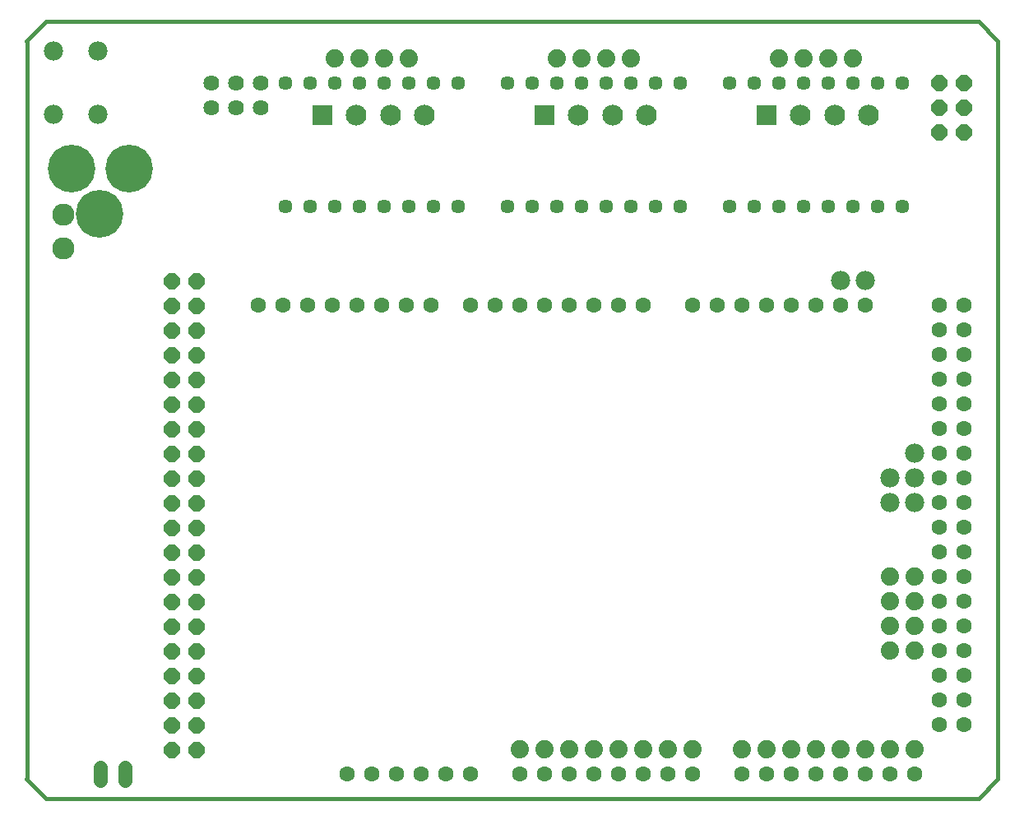
<source format=gbs>
G75*
%MOIN*%
%OFA0B0*%
%FSLAX25Y25*%
%IPPOS*%
%LPD*%
%AMOC8*
5,1,8,0,0,1.08239X$1,22.5*
%
%ADD10C,0.01600*%
%ADD11C,0.06306*%
%ADD12C,0.07400*%
%ADD13C,0.05715*%
%ADD14C,0.06400*%
%ADD15C,0.19298*%
%ADD16R,0.08400X0.08400*%
%ADD17C,0.08400*%
%ADD18C,0.09000*%
%ADD19C,0.07800*%
%ADD20OC8,0.06400*%
%ADD21C,0.05800*%
D10*
X0021800Y0024674D02*
X0029674Y0016800D01*
X0407627Y0016800D01*
X0415501Y0024674D01*
X0415501Y0323887D01*
X0407627Y0331761D01*
X0029674Y0331761D01*
X0021800Y0323887D01*
X0022001Y0323887D02*
X0022001Y0024674D01*
D11*
X0151800Y0026800D03*
X0161800Y0026800D03*
X0171800Y0026800D03*
X0181800Y0026800D03*
X0191800Y0026800D03*
X0201800Y0026800D03*
X0221800Y0026800D03*
X0231800Y0026800D03*
X0241800Y0026800D03*
X0251800Y0026800D03*
X0261800Y0026800D03*
X0271800Y0026800D03*
X0281800Y0026800D03*
X0291800Y0026800D03*
X0311800Y0026800D03*
X0321800Y0026800D03*
X0331800Y0026800D03*
X0341800Y0026800D03*
X0351800Y0026800D03*
X0361800Y0026800D03*
X0371800Y0026800D03*
X0381800Y0026800D03*
X0391800Y0046800D03*
X0401800Y0046800D03*
X0401800Y0056800D03*
X0391800Y0056800D03*
X0391800Y0066800D03*
X0401800Y0066800D03*
X0401800Y0076800D03*
X0401800Y0086800D03*
X0391800Y0086800D03*
X0391800Y0076800D03*
X0391800Y0096800D03*
X0401800Y0096800D03*
X0401800Y0106800D03*
X0391800Y0106800D03*
X0391800Y0116800D03*
X0401800Y0116800D03*
X0401800Y0126800D03*
X0391800Y0126800D03*
X0391800Y0136800D03*
X0401800Y0136800D03*
X0401800Y0146800D03*
X0401800Y0156800D03*
X0391800Y0156800D03*
X0391800Y0146800D03*
X0391800Y0166800D03*
X0401800Y0166800D03*
X0401800Y0176800D03*
X0391800Y0176800D03*
X0391800Y0186800D03*
X0401800Y0186800D03*
X0401800Y0196800D03*
X0391800Y0196800D03*
X0391800Y0206800D03*
X0401800Y0206800D03*
X0401800Y0216800D03*
X0391800Y0216800D03*
X0361800Y0216800D03*
X0351800Y0216800D03*
X0341800Y0216800D03*
X0331800Y0216800D03*
X0321800Y0216800D03*
X0311800Y0216800D03*
X0301800Y0216800D03*
X0291800Y0216800D03*
X0271800Y0216800D03*
X0261800Y0216800D03*
X0251800Y0216800D03*
X0241800Y0216800D03*
X0231800Y0216800D03*
X0221800Y0216800D03*
X0211800Y0216800D03*
X0201800Y0216800D03*
X0185800Y0216800D03*
X0175800Y0216800D03*
X0165800Y0216800D03*
X0155800Y0216800D03*
X0145800Y0216800D03*
X0135800Y0216800D03*
X0125800Y0216800D03*
X0115800Y0216800D03*
D12*
X0146800Y0316800D03*
X0156800Y0316800D03*
X0166800Y0316800D03*
X0176800Y0316800D03*
X0236800Y0316800D03*
X0246800Y0316800D03*
X0256800Y0316800D03*
X0266800Y0316800D03*
X0326800Y0316800D03*
X0336800Y0316800D03*
X0346800Y0316800D03*
X0356800Y0316800D03*
X0371800Y0106800D03*
X0371800Y0096800D03*
X0371800Y0086800D03*
X0371800Y0076800D03*
X0381800Y0076800D03*
X0381800Y0086800D03*
X0381800Y0096800D03*
X0381800Y0106800D03*
X0381800Y0036800D03*
X0371800Y0036800D03*
X0361800Y0036800D03*
X0351800Y0036800D03*
X0341800Y0036800D03*
X0331800Y0036800D03*
X0321800Y0036800D03*
X0311800Y0036800D03*
X0291800Y0036800D03*
X0281800Y0036800D03*
X0271800Y0036800D03*
X0261800Y0036800D03*
X0251800Y0036800D03*
X0241800Y0036800D03*
X0231800Y0036800D03*
X0221800Y0036800D03*
D13*
X0216800Y0256800D03*
X0226800Y0256800D03*
X0236800Y0256800D03*
X0246800Y0256800D03*
X0256800Y0256800D03*
X0266800Y0256800D03*
X0276800Y0256800D03*
X0286800Y0256800D03*
X0306800Y0256800D03*
X0316800Y0256800D03*
X0326800Y0256800D03*
X0336800Y0256800D03*
X0346800Y0256800D03*
X0356800Y0256800D03*
X0366800Y0256800D03*
X0376800Y0256800D03*
X0376800Y0306800D03*
X0366800Y0306800D03*
X0356800Y0306800D03*
X0346800Y0306800D03*
X0336800Y0306800D03*
X0326800Y0306800D03*
X0316800Y0306800D03*
X0306800Y0306800D03*
X0286800Y0306800D03*
X0276800Y0306800D03*
X0266800Y0306800D03*
X0256800Y0306800D03*
X0246800Y0306800D03*
X0236800Y0306800D03*
X0226800Y0306800D03*
X0216800Y0306800D03*
X0196800Y0306800D03*
X0186800Y0306800D03*
X0176800Y0306800D03*
X0166800Y0306800D03*
X0156800Y0306800D03*
X0146800Y0306800D03*
X0136800Y0306800D03*
X0126800Y0306800D03*
X0126800Y0256800D03*
X0136800Y0256800D03*
X0146800Y0256800D03*
X0156800Y0256800D03*
X0166800Y0256800D03*
X0176800Y0256800D03*
X0186800Y0256800D03*
X0196800Y0256800D03*
D14*
X0116800Y0296800D03*
X0106800Y0296800D03*
X0106800Y0306800D03*
X0116800Y0306800D03*
X0096800Y0306800D03*
X0096800Y0296800D03*
D15*
X0063375Y0272194D03*
X0040146Y0272194D03*
X0051564Y0253690D03*
D16*
X0141800Y0293800D03*
X0231800Y0293800D03*
X0321800Y0293800D03*
D17*
X0335580Y0293800D03*
X0349359Y0293800D03*
X0363139Y0293800D03*
X0273139Y0293800D03*
X0259359Y0293800D03*
X0245580Y0293800D03*
X0183139Y0293800D03*
X0169359Y0293800D03*
X0155580Y0293800D03*
D18*
X0036800Y0253493D03*
X0036800Y0239713D03*
D19*
X0032900Y0294000D03*
X0050700Y0294000D03*
X0050700Y0319600D03*
X0032900Y0319600D03*
X0351800Y0226800D03*
X0361800Y0226800D03*
X0381800Y0156800D03*
X0381800Y0146800D03*
X0381800Y0136800D03*
X0371800Y0136800D03*
X0371800Y0146800D03*
D20*
X0391800Y0286800D03*
X0401800Y0286800D03*
X0401800Y0296800D03*
X0391800Y0296800D03*
X0391800Y0306800D03*
X0401800Y0306800D03*
X0090658Y0226367D03*
X0080658Y0226367D03*
X0080658Y0216367D03*
X0090658Y0216367D03*
X0090658Y0206367D03*
X0080658Y0206367D03*
X0080658Y0196367D03*
X0090658Y0196367D03*
X0090658Y0186367D03*
X0080658Y0186367D03*
X0080658Y0176367D03*
X0090658Y0176367D03*
X0090658Y0166367D03*
X0080658Y0166367D03*
X0080658Y0156367D03*
X0090658Y0156367D03*
X0090658Y0146367D03*
X0080658Y0146367D03*
X0080658Y0136367D03*
X0090658Y0136367D03*
X0090658Y0126367D03*
X0080658Y0126367D03*
X0080658Y0116367D03*
X0090658Y0116367D03*
X0090658Y0106367D03*
X0080658Y0106367D03*
X0080658Y0096367D03*
X0090658Y0096367D03*
X0090658Y0086367D03*
X0080658Y0086367D03*
X0080658Y0076367D03*
X0080658Y0066367D03*
X0090658Y0066367D03*
X0090658Y0076367D03*
X0090658Y0056367D03*
X0080658Y0056367D03*
X0080658Y0046367D03*
X0090658Y0046367D03*
X0090658Y0036367D03*
X0080658Y0036367D03*
D21*
X0061800Y0029500D02*
X0061800Y0024100D01*
X0051800Y0024100D02*
X0051800Y0029500D01*
M02*

</source>
